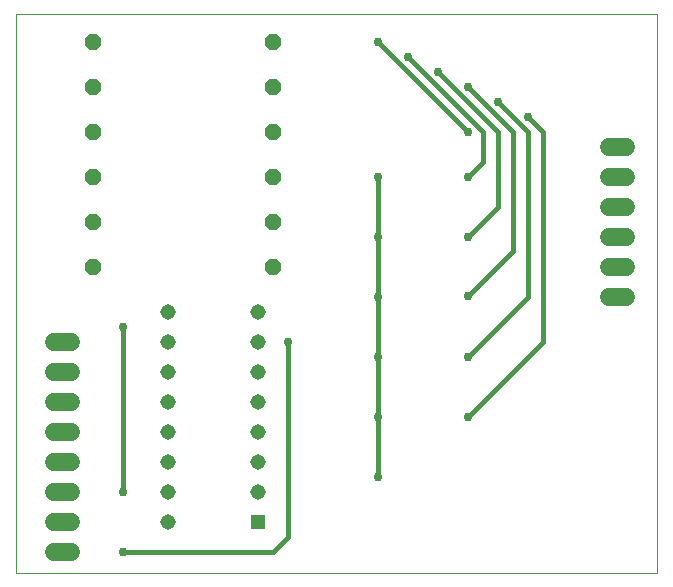
<source format=gbl>
G04 EAGLE Gerber X2 export*
%TF.Part,Single*%
%TF.FileFunction,Other,Bottom layer*%
%TF.FilePolarity,Positive*%
%TF.GenerationSoftware,Autodesk,EAGLE,9.1.2*%
%TF.CreationDate,2019-02-28T11:01:59Z*%
G75*
%MOMM*%
%FSLAX34Y34*%
%LPD*%
%AMOC8*
5,1,8,0,0,1.08239X$1,22.5*%
G01*
%ADD10C,0.000000*%
%ADD11R,1.308000X1.308000*%
%ADD12C,1.308000*%
%ADD13C,1.508000*%
%ADD14P,1.429621X8X202.500000*%
%ADD15C,0.756400*%
%ADD16C,0.406400*%
%ADD17C,0.381000*%


D10*
X-13970Y312420D02*
X528830Y312420D01*
X528830Y786030D01*
X-13970Y786030D01*
X-13970Y312420D01*
D11*
X190500Y355600D03*
D12*
X190500Y381000D03*
X190500Y406400D03*
X190500Y431800D03*
X190500Y457200D03*
X190500Y482600D03*
X190500Y508000D03*
X190500Y533400D03*
X114300Y533400D03*
X114300Y508000D03*
X114300Y482600D03*
X114300Y457200D03*
X114300Y431800D03*
X114300Y406400D03*
X114300Y381000D03*
X114300Y355600D03*
D13*
X32940Y508000D02*
X17860Y508000D01*
X17860Y482600D02*
X32940Y482600D01*
X32940Y457200D02*
X17860Y457200D01*
X17860Y431800D02*
X32940Y431800D01*
X32940Y406400D02*
X17860Y406400D01*
X17860Y381000D02*
X32940Y381000D01*
X32940Y355600D02*
X17860Y355600D01*
X17860Y330200D02*
X32940Y330200D01*
X487760Y673100D02*
X502840Y673100D01*
X502840Y647700D02*
X487760Y647700D01*
X487760Y622300D02*
X502840Y622300D01*
X502840Y596900D02*
X487760Y596900D01*
X487760Y571500D02*
X502840Y571500D01*
X502840Y546100D02*
X487760Y546100D01*
D14*
X203200Y762000D03*
X50800Y762000D03*
X203200Y723900D03*
X50800Y723900D03*
X203200Y685800D03*
X50800Y685800D03*
X203200Y647700D03*
X50800Y647700D03*
X203200Y609600D03*
X50800Y609600D03*
X203200Y571500D03*
X50800Y571500D03*
D15*
X76200Y330200D03*
D16*
X203200Y330200D01*
X215900Y342900D01*
X215900Y508000D01*
D15*
X215900Y508000D03*
X292100Y444500D03*
X292100Y495300D03*
X292100Y596900D03*
X292100Y647700D03*
X292100Y546100D03*
X292100Y393700D03*
D17*
X292100Y596900D02*
X292100Y647700D01*
X292100Y596900D02*
X292100Y546100D01*
X292100Y495300D01*
X292100Y444500D01*
X292100Y393700D01*
D15*
X76200Y520700D03*
X76200Y381000D03*
D17*
X76200Y520700D01*
D15*
X292100Y762000D03*
X368300Y685800D03*
D17*
X292100Y762000D01*
D15*
X317500Y749300D03*
X368300Y647700D03*
D16*
X381000Y685800D02*
X317500Y749300D01*
D17*
X381000Y685800D02*
X381000Y660400D01*
X368300Y647700D01*
D15*
X342900Y736600D03*
X368300Y596900D03*
D16*
X393700Y685800D02*
X342900Y736600D01*
D17*
X393700Y685800D02*
X393700Y622300D01*
X368300Y596900D01*
D15*
X368300Y723900D03*
X368300Y547370D03*
D17*
X406400Y585470D02*
X406400Y685800D01*
X368300Y723900D01*
X406400Y585470D02*
X368300Y547370D01*
D15*
X393700Y711200D03*
X368300Y495300D03*
D17*
X419100Y546100D02*
X419100Y685800D01*
X419100Y546100D02*
X368300Y495300D01*
X419100Y685800D02*
X393700Y711200D01*
D15*
X419100Y698500D03*
X368300Y444500D03*
D17*
X431800Y508000D02*
X431800Y685800D01*
X419100Y698500D01*
X431800Y508000D02*
X368300Y444500D01*
M02*

</source>
